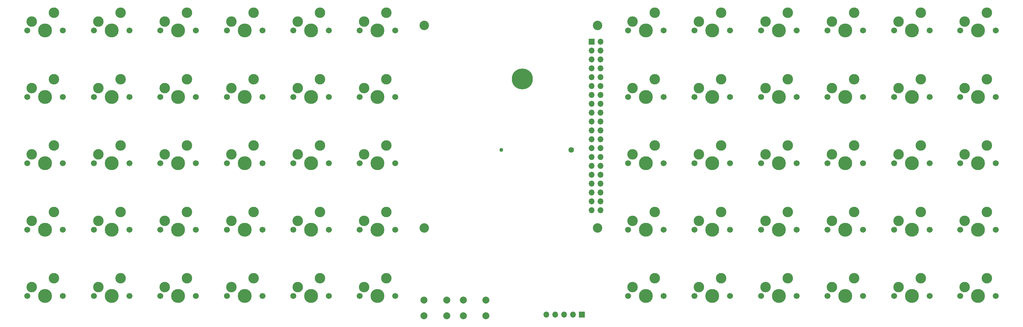
<source format=gts>
G04 #@! TF.GenerationSoftware,KiCad,Pcbnew,(6.0.10)*
G04 #@! TF.CreationDate,2023-08-27T18:11:46-04:00*
G04 #@! TF.ProjectId,storyboard,73746f72-7962-46f6-9172-642e6b696361,rev?*
G04 #@! TF.SameCoordinates,Original*
G04 #@! TF.FileFunction,Soldermask,Top*
G04 #@! TF.FilePolarity,Negative*
%FSLAX46Y46*%
G04 Gerber Fmt 4.6, Leading zero omitted, Abs format (unit mm)*
G04 Created by KiCad (PCBNEW (6.0.10)) date 2023-08-27 18:11:46*
%MOMM*%
%LPD*%
G01*
G04 APERTURE LIST*
%ADD10C,3.987800*%
%ADD11C,1.701800*%
%ADD12C,3.000000*%
%ADD13C,2.000000*%
%ADD14R,1.700000X1.700000*%
%ADD15O,1.700000X1.700000*%
%ADD16C,2.700000*%
%ADD17C,6.000000*%
%ADD18C,1.597660*%
%ADD19C,1.099820*%
G04 APERTURE END LIST*
D10*
X318330000Y-51800000D03*
D11*
X323410000Y-51800000D03*
D12*
X320870000Y-46720000D03*
D11*
X313250000Y-51800000D03*
D12*
X314520000Y-49260000D03*
D11*
X132730000Y-51800000D03*
D12*
X123840000Y-49260000D03*
D10*
X127650000Y-51800000D03*
D12*
X130190000Y-46720000D03*
D11*
X122570000Y-51800000D03*
X84570000Y-108800000D03*
D10*
X89650000Y-108800000D03*
D12*
X92190000Y-103720000D03*
X85840000Y-106260000D03*
D11*
X94730000Y-108800000D03*
D12*
X244870000Y-122720000D03*
D11*
X237250000Y-127800000D03*
D10*
X242330000Y-127800000D03*
D12*
X238520000Y-125260000D03*
D11*
X247410000Y-127800000D03*
D10*
X165650000Y-89800000D03*
D12*
X168190000Y-84720000D03*
X161840000Y-87260000D03*
D11*
X170730000Y-89800000D03*
X160570000Y-89800000D03*
D10*
X127650000Y-108800000D03*
D11*
X122570000Y-108800000D03*
D12*
X130190000Y-103720000D03*
X123840000Y-106260000D03*
D11*
X132730000Y-108800000D03*
D12*
X263870000Y-84720000D03*
D10*
X261330000Y-89800000D03*
D12*
X257520000Y-87260000D03*
D11*
X266410000Y-89800000D03*
X256250000Y-89800000D03*
D10*
X108650000Y-51800000D03*
D11*
X103570000Y-51800000D03*
D12*
X104840000Y-49260000D03*
D11*
X113730000Y-51800000D03*
D12*
X111190000Y-46720000D03*
X104840000Y-125260000D03*
D11*
X103570000Y-127800000D03*
D12*
X111190000Y-122720000D03*
D10*
X108650000Y-127800000D03*
D11*
X113730000Y-127800000D03*
D12*
X301870000Y-65720000D03*
D11*
X294250000Y-70800000D03*
D12*
X295520000Y-68260000D03*
D10*
X299330000Y-70800000D03*
D11*
X304410000Y-70800000D03*
D12*
X130190000Y-65720000D03*
D11*
X122570000Y-70800000D03*
D12*
X123840000Y-68260000D03*
D10*
X127650000Y-70800000D03*
D11*
X132730000Y-70800000D03*
D10*
X146650000Y-89800000D03*
D12*
X149190000Y-84720000D03*
D11*
X141570000Y-89800000D03*
D12*
X142840000Y-87260000D03*
D11*
X151730000Y-89800000D03*
X285410000Y-51800000D03*
X275250000Y-51800000D03*
D10*
X280330000Y-51800000D03*
D12*
X282870000Y-46720000D03*
X276520000Y-49260000D03*
X111190000Y-84720000D03*
D10*
X108650000Y-89800000D03*
D11*
X103570000Y-89800000D03*
X113730000Y-89800000D03*
D12*
X104840000Y-87260000D03*
D11*
X285410000Y-108800000D03*
D12*
X276520000Y-106260000D03*
D10*
X280330000Y-108800000D03*
D11*
X275250000Y-108800000D03*
D12*
X282870000Y-103720000D03*
D11*
X285410000Y-127800000D03*
D10*
X280330000Y-127800000D03*
D11*
X275250000Y-127800000D03*
D12*
X282870000Y-122720000D03*
X276520000Y-125260000D03*
D11*
X342330000Y-51800000D03*
D12*
X339790000Y-46720000D03*
X333440000Y-49260000D03*
D11*
X332170000Y-51800000D03*
D10*
X337250000Y-51800000D03*
D11*
X94730000Y-89800000D03*
D12*
X85840000Y-87260000D03*
D10*
X89650000Y-89800000D03*
D11*
X84570000Y-89800000D03*
D12*
X92190000Y-84720000D03*
X339790000Y-103720000D03*
D10*
X337250000Y-108800000D03*
D12*
X333440000Y-106260000D03*
D11*
X342330000Y-108800000D03*
X332170000Y-108800000D03*
X247410000Y-108800000D03*
D12*
X244870000Y-103720000D03*
D10*
X242330000Y-108800000D03*
D11*
X237250000Y-108800000D03*
D12*
X238520000Y-106260000D03*
X161840000Y-49260000D03*
D10*
X165650000Y-51800000D03*
D11*
X170730000Y-51800000D03*
X160570000Y-51800000D03*
D12*
X168190000Y-46720000D03*
D10*
X261330000Y-51800000D03*
D11*
X256250000Y-51800000D03*
D12*
X263870000Y-46720000D03*
X257520000Y-49260000D03*
D11*
X266410000Y-51800000D03*
X141570000Y-127800000D03*
D10*
X146650000Y-127800000D03*
D12*
X142840000Y-125260000D03*
X149190000Y-122720000D03*
D11*
X151730000Y-127800000D03*
X294250000Y-127800000D03*
D12*
X301870000Y-122720000D03*
D10*
X299330000Y-127800000D03*
D11*
X304410000Y-127800000D03*
D12*
X295520000Y-125260000D03*
X320870000Y-103720000D03*
D10*
X318330000Y-108800000D03*
D12*
X314520000Y-106260000D03*
D11*
X323410000Y-108800000D03*
X313250000Y-108800000D03*
D12*
X320870000Y-84720000D03*
D10*
X318330000Y-89800000D03*
D11*
X313250000Y-89800000D03*
X323410000Y-89800000D03*
D12*
X314520000Y-87260000D03*
D11*
X256250000Y-70800000D03*
D12*
X257520000Y-68260000D03*
D10*
X261330000Y-70800000D03*
D11*
X266410000Y-70800000D03*
D12*
X263870000Y-65720000D03*
D11*
X122570000Y-89800000D03*
D10*
X127650000Y-89800000D03*
D12*
X123840000Y-87260000D03*
D11*
X132730000Y-89800000D03*
D12*
X130190000Y-84720000D03*
X73190000Y-103720000D03*
D10*
X70650000Y-108800000D03*
D11*
X65570000Y-108800000D03*
D12*
X66840000Y-106260000D03*
D11*
X75730000Y-108800000D03*
X294250000Y-51800000D03*
D12*
X295520000Y-49260000D03*
D11*
X304410000Y-51800000D03*
D10*
X299330000Y-51800000D03*
D12*
X301870000Y-46720000D03*
D13*
X190150000Y-128950000D03*
X196650000Y-128950000D03*
X196650000Y-133450000D03*
X190150000Y-133450000D03*
D10*
X242330000Y-89800000D03*
D12*
X244870000Y-84720000D03*
D11*
X237250000Y-89800000D03*
D12*
X238520000Y-87260000D03*
D11*
X247410000Y-89800000D03*
D10*
X108650000Y-108800000D03*
D12*
X104840000Y-106260000D03*
X111190000Y-103720000D03*
D11*
X113730000Y-108800000D03*
X103570000Y-108800000D03*
D12*
X314520000Y-68260000D03*
D10*
X318330000Y-70800000D03*
D11*
X323410000Y-70800000D03*
X313250000Y-70800000D03*
D12*
X320870000Y-65720000D03*
D10*
X70650000Y-89800000D03*
D11*
X75730000Y-89800000D03*
D12*
X73190000Y-84720000D03*
D11*
X65570000Y-89800000D03*
D12*
X66840000Y-87260000D03*
D13*
X178950000Y-128950000D03*
X185450000Y-128950000D03*
X178950000Y-133450000D03*
X185450000Y-133450000D03*
D11*
X342330000Y-89800000D03*
D12*
X339790000Y-84720000D03*
D10*
X337250000Y-89800000D03*
D12*
X333440000Y-87260000D03*
D11*
X332170000Y-89800000D03*
D10*
X261330000Y-127800000D03*
D11*
X256250000Y-127800000D03*
X266410000Y-127800000D03*
D12*
X263870000Y-122720000D03*
X257520000Y-125260000D03*
X276520000Y-87260000D03*
D11*
X285410000Y-89800000D03*
D10*
X280330000Y-89800000D03*
D12*
X282870000Y-84720000D03*
D11*
X275250000Y-89800000D03*
X323410000Y-127800000D03*
X313250000Y-127800000D03*
D12*
X320870000Y-122720000D03*
X314520000Y-125260000D03*
D10*
X318330000Y-127800000D03*
D12*
X104840000Y-68260000D03*
D10*
X108650000Y-70800000D03*
D11*
X103570000Y-70800000D03*
D12*
X111190000Y-65720000D03*
D11*
X113730000Y-70800000D03*
D12*
X92190000Y-46720000D03*
X85840000Y-49260000D03*
D11*
X94730000Y-51800000D03*
D10*
X89650000Y-51800000D03*
D11*
X84570000Y-51800000D03*
X151730000Y-51800000D03*
D12*
X149190000Y-46720000D03*
X142840000Y-49260000D03*
D11*
X141570000Y-51800000D03*
D10*
X146650000Y-51800000D03*
D11*
X304410000Y-89800000D03*
X294250000Y-89800000D03*
D10*
X299330000Y-89800000D03*
D12*
X301870000Y-84720000D03*
X295520000Y-87260000D03*
D14*
X224023000Y-133096000D03*
D15*
X221483000Y-133096000D03*
X218943000Y-133096000D03*
X216403000Y-133096000D03*
X213863000Y-133096000D03*
D12*
X238520000Y-68260000D03*
D10*
X242330000Y-70800000D03*
D11*
X247410000Y-70800000D03*
D12*
X244870000Y-65720000D03*
D11*
X237250000Y-70800000D03*
D10*
X70650000Y-127800000D03*
D11*
X75730000Y-127800000D03*
D12*
X66840000Y-125260000D03*
X73190000Y-122720000D03*
D11*
X65570000Y-127800000D03*
X256250000Y-108800000D03*
D12*
X263870000Y-103720000D03*
D10*
X261330000Y-108800000D03*
D12*
X257520000Y-106260000D03*
D11*
X266410000Y-108800000D03*
D12*
X301870000Y-103720000D03*
X295520000Y-106260000D03*
D11*
X304410000Y-108800000D03*
X294250000Y-108800000D03*
D10*
X299330000Y-108800000D03*
D12*
X123840000Y-125260000D03*
X130190000Y-122720000D03*
D11*
X132730000Y-127800000D03*
D10*
X127650000Y-127800000D03*
D11*
X122570000Y-127800000D03*
X84570000Y-70800000D03*
D12*
X92190000Y-65720000D03*
D10*
X89650000Y-70800000D03*
D12*
X85840000Y-68260000D03*
D11*
X94730000Y-70800000D03*
D12*
X161840000Y-106260000D03*
D10*
X165650000Y-108800000D03*
D12*
X168190000Y-103720000D03*
D11*
X160570000Y-108800000D03*
X170730000Y-108800000D03*
D12*
X339790000Y-65720000D03*
X333440000Y-68260000D03*
D11*
X332170000Y-70800000D03*
X342330000Y-70800000D03*
D10*
X337250000Y-70800000D03*
D11*
X84570000Y-127800000D03*
X94730000Y-127800000D03*
D12*
X92190000Y-122720000D03*
D10*
X89650000Y-127800000D03*
D12*
X85840000Y-125260000D03*
X276520000Y-68260000D03*
X282870000Y-65720000D03*
D11*
X285410000Y-70800000D03*
D10*
X280330000Y-70800000D03*
D11*
X275250000Y-70800000D03*
D12*
X168190000Y-65720000D03*
D10*
X165650000Y-70800000D03*
D11*
X160570000Y-70800000D03*
X170730000Y-70800000D03*
D12*
X161840000Y-68260000D03*
X142840000Y-106260000D03*
X149190000Y-103720000D03*
D11*
X151730000Y-108800000D03*
X141570000Y-108800000D03*
D10*
X146650000Y-108800000D03*
D11*
X342330000Y-127800000D03*
D12*
X333440000Y-125260000D03*
X339790000Y-122720000D03*
D11*
X332170000Y-127800000D03*
D10*
X337250000Y-127800000D03*
D11*
X170730000Y-127800000D03*
D12*
X161840000Y-125260000D03*
D10*
X165650000Y-127800000D03*
D12*
X168190000Y-122720000D03*
D11*
X160570000Y-127800000D03*
D16*
X179000000Y-108300000D03*
X228500000Y-50300000D03*
X228500000Y-108300000D03*
X179000000Y-50300000D03*
D14*
X226868000Y-54988000D03*
D15*
X229408000Y-54988000D03*
X226868000Y-57528000D03*
X229408000Y-57528000D03*
X226868000Y-60068000D03*
X229408000Y-60068000D03*
X226868000Y-62608000D03*
X229408000Y-62608000D03*
X226868000Y-65148000D03*
X229408000Y-65148000D03*
X226868000Y-67688000D03*
X229408000Y-67688000D03*
X226868000Y-70228000D03*
X229408000Y-70228000D03*
X226868000Y-72768000D03*
X229408000Y-72768000D03*
X226868000Y-75308000D03*
X229408000Y-75308000D03*
X226868000Y-77848000D03*
X229408000Y-77848000D03*
X226868000Y-80388000D03*
X229408000Y-80388000D03*
X226868000Y-82928000D03*
X229408000Y-82928000D03*
X226868000Y-85468000D03*
X229408000Y-85468000D03*
X226868000Y-88008000D03*
X229408000Y-88008000D03*
X226868000Y-90548000D03*
X229408000Y-90548000D03*
X226868000Y-93088000D03*
X229408000Y-93088000D03*
X226868000Y-95628000D03*
X229408000Y-95628000D03*
X226868000Y-98168000D03*
X229408000Y-98168000D03*
X226868000Y-100708000D03*
X229408000Y-100708000D03*
X226868000Y-103248000D03*
X229408000Y-103248000D03*
D11*
X247410000Y-51800000D03*
X237250000Y-51800000D03*
D10*
X242330000Y-51800000D03*
D12*
X244870000Y-46720000D03*
X238520000Y-49260000D03*
X73190000Y-46720000D03*
D11*
X75730000Y-51800000D03*
X65570000Y-51800000D03*
D12*
X66840000Y-49260000D03*
D10*
X70650000Y-51800000D03*
D11*
X151730000Y-70800000D03*
D10*
X146650000Y-70800000D03*
D12*
X142840000Y-68260000D03*
X149190000Y-65720000D03*
D11*
X141570000Y-70800000D03*
D12*
X73190000Y-65720000D03*
D10*
X70650000Y-70800000D03*
D11*
X75730000Y-70800000D03*
X65570000Y-70800000D03*
D12*
X66840000Y-68260000D03*
D17*
X207002040Y-65686864D03*
D18*
X220999980Y-85945195D03*
D19*
X201000020Y-85945195D03*
M02*

</source>
